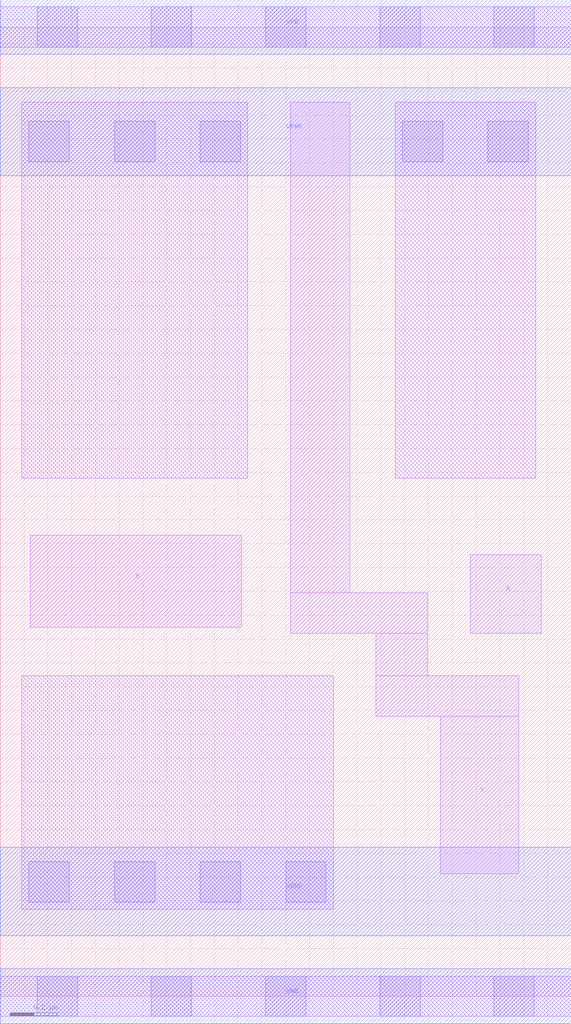
<source format=lef>
# Copyright 2020 The SkyWater PDK Authors
#
# Licensed under the Apache License, Version 2.0 (the "License");
# you may not use this file except in compliance with the License.
# You may obtain a copy of the License at
#
#     https://www.apache.org/licenses/LICENSE-2.0
#
# Unless required by applicable law or agreed to in writing, software
# distributed under the License is distributed on an "AS IS" BASIS,
# WITHOUT WARRANTIES OR CONDITIONS OF ANY KIND, either express or implied.
# See the License for the specific language governing permissions and
# limitations under the License.
#
# SPDX-License-Identifier: Apache-2.0

VERSION 5.7 ;
  NOWIREEXTENSIONATPIN ON ;
  DIVIDERCHAR "/" ;
  BUSBITCHARS "[]" ;
MACRO sky130_fd_sc_hvl__nand2_1
  CLASS CORE ;
  FOREIGN sky130_fd_sc_hvl__nand2_1 ;
  ORIGIN  0.000000  0.000000 ;
  SIZE  2.400000 BY  4.070000 ;
  SYMMETRY X Y ;
  SITE unithv ;
  PIN A
    ANTENNAGATEAREA  1.125000 ;
    DIRECTION INPUT ;
    USE SIGNAL ;
    PORT
      LAYER li1 ;
        RECT 1.975000 1.525000 2.275000 1.855000 ;
    END
  END A
  PIN B
    ANTENNAGATEAREA  1.125000 ;
    DIRECTION INPUT ;
    USE SIGNAL ;
    PORT
      LAYER li1 ;
        RECT 0.125000 1.550000 1.015000 1.935000 ;
    END
  END B
  PIN Y
    ANTENNADIFFAREA  0.633750 ;
    DIRECTION OUTPUT ;
    USE SIGNAL ;
    PORT
      LAYER li1 ;
        RECT 1.220000 1.525000 1.795000 1.695000 ;
        RECT 1.220000 1.695000 1.470000 3.755000 ;
        RECT 1.580000 1.175000 2.180000 1.345000 ;
        RECT 1.580000 1.345000 1.795000 1.525000 ;
        RECT 1.850000 0.515000 2.180000 1.175000 ;
    END
  END Y
  PIN VGND
    DIRECTION INOUT ;
    USE GROUND ;
    PORT
      LAYER met1 ;
        RECT 0.000000 0.255000 2.400000 0.625000 ;
    END
  END VGND
  PIN VNB
    DIRECTION INOUT ;
    USE GROUND ;
    PORT
      LAYER met1 ;
        RECT 0.000000 -0.115000 2.400000 0.115000 ;
    END
  END VNB
  PIN VPB
    DIRECTION INOUT ;
    USE POWER ;
    PORT
      LAYER met1 ;
        RECT 0.000000 3.955000 2.400000 4.185000 ;
    END
  END VPB
  PIN VPWR
    DIRECTION INOUT ;
    USE POWER ;
    PORT
      LAYER met1 ;
        RECT 0.000000 3.445000 2.400000 3.815000 ;
    END
  END VPWR
  OBS
    LAYER li1 ;
      RECT 0.000000 -0.085000 2.400000 0.085000 ;
      RECT 0.000000  3.985000 2.400000 4.155000 ;
      RECT 0.090000  0.365000 1.400000 1.345000 ;
      RECT 0.090000  2.175000 1.040000 3.755000 ;
      RECT 1.660000  2.175000 2.250000 3.755000 ;
    LAYER mcon ;
      RECT 0.120000  0.395000 0.290000 0.565000 ;
      RECT 0.120000  3.505000 0.290000 3.675000 ;
      RECT 0.155000 -0.085000 0.325000 0.085000 ;
      RECT 0.155000  3.985000 0.325000 4.155000 ;
      RECT 0.480000  0.395000 0.650000 0.565000 ;
      RECT 0.480000  3.505000 0.650000 3.675000 ;
      RECT 0.635000 -0.085000 0.805000 0.085000 ;
      RECT 0.635000  3.985000 0.805000 4.155000 ;
      RECT 0.840000  0.395000 1.010000 0.565000 ;
      RECT 0.840000  3.505000 1.010000 3.675000 ;
      RECT 1.115000 -0.085000 1.285000 0.085000 ;
      RECT 1.115000  3.985000 1.285000 4.155000 ;
      RECT 1.200000  0.395000 1.370000 0.565000 ;
      RECT 1.595000 -0.085000 1.765000 0.085000 ;
      RECT 1.595000  3.985000 1.765000 4.155000 ;
      RECT 1.690000  3.505000 1.860000 3.675000 ;
      RECT 2.050000  3.505000 2.220000 3.675000 ;
      RECT 2.075000 -0.085000 2.245000 0.085000 ;
      RECT 2.075000  3.985000 2.245000 4.155000 ;
  END
END sky130_fd_sc_hvl__nand2_1
END LIBRARY

</source>
